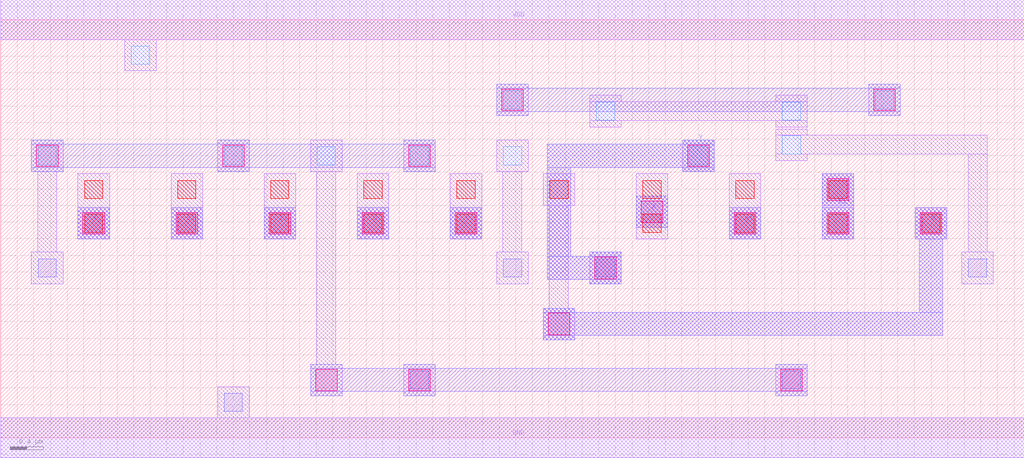
<source format=lef>
MACRO AAOAAOI22122
 CLASS CORE ;
 FOREIGN AAOAAOI22122 0 0 ;
 SIZE 12.32 BY 5.04 ;
 ORIGIN 0 0 ;
 SYMMETRY X Y R90 ;
 SITE unit ;
  PIN VDD
   DIRECTION INOUT ;
   USE POWER ;
   SHAPE ABUTMENT ;
    PORT
     CLASS CORE ;
       LAYER met1 ;
        RECT 0.00000000 4.80000000 12.32000000 5.28000000 ;
    END
  END VDD

  PIN GND
   DIRECTION INOUT ;
   USE POWER ;
   SHAPE ABUTMENT ;
    PORT
     CLASS CORE ;
       LAYER met1 ;
        RECT 0.00000000 -0.24000000 12.32000000 0.24000000 ;
    END
  END GND

  PIN Y
   DIRECTION INOUT ;
   USE SIGNAL ;
   SHAPE ABUTMENT ;
    PORT
     CLASS CORE ;
       LAYER met2 ;
        RECT 7.09000000 1.85700000 7.47000000 1.90700000 ;
        RECT 6.58000000 1.90700000 7.47000000 2.18700000 ;
        RECT 7.09000000 2.18700000 7.47000000 2.23700000 ;
        RECT 6.58000000 2.18700000 6.86000000 3.25700000 ;
        RECT 8.21000000 3.20700000 8.59000000 3.25700000 ;
        RECT 6.58000000 3.25700000 8.59000000 3.53700000 ;
        RECT 8.21000000 3.53700000 8.59000000 3.58700000 ;
    END
  END Y

  PIN E1
   DIRECTION INOUT ;
   USE SIGNAL ;
   SHAPE ABUTMENT ;
    PORT
     CLASS CORE ;
       LAYER met2 ;
        RECT 2.05000000 2.39700000 2.43000000 2.77700000 ;
    END
  END E1

  PIN B1
   DIRECTION INOUT ;
   USE SIGNAL ;
   SHAPE ABUTMENT ;
    PORT
     CLASS CORE ;
       LAYER met2 ;
        RECT 9.89000000 2.39700000 10.27000000 3.18200000 ;
    END
  END B1

  PIN A1
   DIRECTION INOUT ;
   USE SIGNAL ;
   SHAPE ABUTMENT ;
    PORT
     CLASS CORE ;
       LAYER met2 ;
        RECT 8.77000000 2.39700000 9.15000000 2.77700000 ;
    END
  END A1

  PIN E
   DIRECTION INOUT ;
   USE SIGNAL ;
   SHAPE ABUTMENT ;
    PORT
     CLASS CORE ;
       LAYER met2 ;
        RECT 0.93000000 2.39700000 1.31000000 2.77700000 ;
    END
  END E

  PIN A
   DIRECTION INOUT ;
   USE SIGNAL ;
   SHAPE ABUTMENT ;
    PORT
     CLASS CORE ;
       LAYER met2 ;
        RECT 7.65000000 2.53200000 8.03000000 2.91200000 ;
    END
  END A

  PIN D
   DIRECTION INOUT ;
   USE SIGNAL ;
   SHAPE ABUTMENT ;
    PORT
     CLASS CORE ;
       LAYER met2 ;
        RECT 4.29000000 2.39700000 4.67000000 2.77700000 ;
    END
  END D

  PIN B
   DIRECTION INOUT ;
   USE SIGNAL ;
   SHAPE ABUTMENT ;
    PORT
     CLASS CORE ;
       LAYER met2 ;
        RECT 6.53000000 1.18200000 6.91000000 1.23200000 ;
        RECT 6.53000000 1.23200000 11.34000000 1.51200000 ;
        RECT 6.53000000 1.51200000 6.91000000 1.56200000 ;
        RECT 11.06000000 1.51200000 11.34000000 2.39700000 ;
        RECT 11.01000000 2.39700000 11.39000000 2.77700000 ;
    END
  END B

  PIN C
   DIRECTION INOUT ;
   USE SIGNAL ;
   SHAPE ABUTMENT ;
    PORT
     CLASS CORE ;
       LAYER met2 ;
        RECT 5.41000000 2.39700000 5.79000000 2.77700000 ;
    END
  END C

  PIN D1
   DIRECTION INOUT ;
   USE SIGNAL ;
   SHAPE ABUTMENT ;
    PORT
     CLASS CORE ;
       LAYER met2 ;
        RECT 3.17000000 2.39700000 3.55000000 2.77700000 ;
    END
  END D1

 OBS
    LAYER polycont ;
     RECT 1.01000000 2.47700000 1.23000000 2.69700000 ;
     RECT 2.13000000 2.47700000 2.35000000 2.69700000 ;
     RECT 3.25000000 2.47700000 3.47000000 2.69700000 ;
     RECT 4.37000000 2.47700000 4.59000000 2.69700000 ;
     RECT 5.49000000 2.47700000 5.71000000 2.69700000 ;
     RECT 7.73000000 2.47700000 7.95000000 2.69700000 ;
     RECT 8.85000000 2.47700000 9.07000000 2.69700000 ;
     RECT 9.97000000 2.47700000 10.19000000 2.69700000 ;
     RECT 11.09000000 2.47700000 11.31000000 2.69700000 ;
     RECT 1.01000000 2.88200000 1.23000000 3.10200000 ;
     RECT 2.13000000 2.88200000 2.35000000 3.10200000 ;
     RECT 3.25000000 2.88200000 3.47000000 3.10200000 ;
     RECT 4.37000000 2.88200000 4.59000000 3.10200000 ;
     RECT 5.49000000 2.88200000 5.71000000 3.10200000 ;
     RECT 6.61000000 2.88200000 6.83000000 3.10200000 ;
     RECT 7.73000000 2.88200000 7.95000000 3.10200000 ;
     RECT 8.85000000 2.88200000 9.07000000 3.10200000 ;
     RECT 9.97000000 2.88200000 10.19000000 3.10200000 ;

    LAYER pdiffc ;
     RECT 0.45000000 3.28700000 0.67000000 3.50700000 ;
     RECT 2.69000000 3.28700000 2.91000000 3.50700000 ;
     RECT 3.81000000 3.28700000 4.03000000 3.50700000 ;
     RECT 4.93000000 3.28700000 5.15000000 3.50700000 ;
     RECT 6.05000000 3.28700000 6.27000000 3.50700000 ;
     RECT 8.29000000 3.28700000 8.51000000 3.50700000 ;
     RECT 9.41000000 3.42200000 9.63000000 3.64200000 ;
     RECT 7.17000000 3.82700000 7.39000000 4.04700000 ;
     RECT 9.41000000 3.82700000 9.63000000 4.04700000 ;
     RECT 6.05000000 3.96200000 6.27000000 4.18200000 ;
     RECT 10.53000000 3.96200000 10.75000000 4.18200000 ;
     RECT 1.57000000 4.50200000 1.79000000 4.72200000 ;

    LAYER ndiffc ;
     RECT 2.69000000 0.31700000 2.91000000 0.53700000 ;
     RECT 4.93000000 0.58700000 5.15000000 0.80700000 ;
     RECT 9.41000000 0.58700000 9.63000000 0.80700000 ;
     RECT 0.45000000 1.93700000 0.67000000 2.15700000 ;
     RECT 6.05000000 1.93700000 6.27000000 2.15700000 ;
     RECT 7.17000000 1.93700000 7.39000000 2.15700000 ;
     RECT 11.65000000 1.93700000 11.87000000 2.15700000 ;

    LAYER met1 ;
     RECT 0.00000000 -0.24000000 12.32000000 0.24000000 ;
     RECT 2.61000000 0.24000000 2.99000000 0.61700000 ;
     RECT 4.85000000 0.50700000 5.23000000 0.88700000 ;
     RECT 9.33000000 0.50700000 9.71000000 0.88700000 ;
     RECT 7.09000000 1.85700000 7.47000000 2.23700000 ;
     RECT 9.89000000 2.39700000 10.27000000 2.77700000 ;
     RECT 11.01000000 2.39700000 11.39000000 2.77700000 ;
     RECT 0.93000000 2.39700000 1.31000000 3.18200000 ;
     RECT 2.05000000 2.39700000 2.43000000 3.18200000 ;
     RECT 3.17000000 2.39700000 3.55000000 3.18200000 ;
     RECT 4.29000000 2.39700000 4.67000000 3.18200000 ;
     RECT 5.41000000 2.39700000 5.79000000 3.18200000 ;
     RECT 6.53000000 1.18200000 6.91000000 1.56200000 ;
     RECT 6.60500000 1.56200000 6.83500000 2.80200000 ;
     RECT 6.53000000 2.80200000 6.91000000 3.18200000 ;
     RECT 7.65000000 2.39700000 8.03000000 3.18200000 ;
     RECT 8.77000000 2.39700000 9.15000000 3.18200000 ;
     RECT 9.89000000 2.80200000 10.27000000 3.18200000 ;
     RECT 0.37000000 1.85700000 0.75000000 2.23700000 ;
     RECT 0.44500000 2.23700000 0.67500000 3.20700000 ;
     RECT 0.37000000 3.20700000 0.75000000 3.58700000 ;
     RECT 2.61000000 3.20700000 2.99000000 3.58700000 ;
     RECT 3.73000000 0.50700000 4.11000000 0.88700000 ;
     RECT 3.80500000 0.88700000 4.03500000 3.20700000 ;
     RECT 3.73000000 3.20700000 4.11000000 3.58700000 ;
     RECT 4.85000000 3.20700000 5.23000000 3.58700000 ;
     RECT 5.97000000 1.85700000 6.35000000 2.23700000 ;
     RECT 6.04500000 2.23700000 6.27500000 3.20700000 ;
     RECT 5.97000000 3.20700000 6.35000000 3.58700000 ;
     RECT 8.21000000 3.20700000 8.59000000 3.58700000 ;
     RECT 11.57000000 1.85700000 11.95000000 2.23700000 ;
     RECT 9.33000000 3.34200000 9.71000000 3.41700000 ;
     RECT 11.64500000 2.23700000 11.87500000 3.41700000 ;
     RECT 9.33000000 3.41700000 11.87500000 3.64700000 ;
     RECT 9.33000000 3.64700000 9.71000000 3.72200000 ;
     RECT 7.09000000 3.74700000 7.47000000 3.82200000 ;
     RECT 9.33000000 3.74700000 9.71000000 3.82200000 ;
     RECT 7.09000000 3.82200000 9.71000000 4.05200000 ;
     RECT 7.09000000 4.05200000 7.47000000 4.12700000 ;
     RECT 9.33000000 4.05200000 9.71000000 4.12700000 ;
     RECT 5.97000000 3.88200000 6.35000000 4.26200000 ;
     RECT 10.45000000 3.88200000 10.83000000 4.26200000 ;
     RECT 1.49000000 4.42200000 1.87000000 4.80000000 ;
     RECT 0.00000000 4.80000000 12.32000000 5.28000000 ;

    LAYER via1 ;
     RECT 3.79000000 0.56700000 4.05000000 0.82700000 ;
     RECT 4.91000000 0.56700000 5.17000000 0.82700000 ;
     RECT 9.39000000 0.56700000 9.65000000 0.82700000 ;
     RECT 6.59000000 1.24200000 6.85000000 1.50200000 ;
     RECT 7.15000000 1.91700000 7.41000000 2.17700000 ;
     RECT 0.99000000 2.45700000 1.25000000 2.71700000 ;
     RECT 2.11000000 2.45700000 2.37000000 2.71700000 ;
     RECT 3.23000000 2.45700000 3.49000000 2.71700000 ;
     RECT 4.35000000 2.45700000 4.61000000 2.71700000 ;
     RECT 5.47000000 2.45700000 5.73000000 2.71700000 ;
     RECT 8.83000000 2.45700000 9.09000000 2.71700000 ;
     RECT 9.95000000 2.45700000 10.21000000 2.71700000 ;
     RECT 11.07000000 2.45700000 11.33000000 2.71700000 ;
     RECT 7.71000000 2.59200000 7.97000000 2.85200000 ;
     RECT 9.95000000 2.86200000 10.21000000 3.12200000 ;
     RECT 0.43000000 3.26700000 0.69000000 3.52700000 ;
     RECT 2.67000000 3.26700000 2.93000000 3.52700000 ;
     RECT 4.91000000 3.26700000 5.17000000 3.52700000 ;
     RECT 8.27000000 3.26700000 8.53000000 3.52700000 ;
     RECT 6.03000000 3.94200000 6.29000000 4.20200000 ;
     RECT 10.51000000 3.94200000 10.77000000 4.20200000 ;

    LAYER met2 ;
     RECT 3.73000000 0.50700000 4.11000000 0.55700000 ;
     RECT 4.85000000 0.50700000 5.23000000 0.55700000 ;
     RECT 9.33000000 0.50700000 9.71000000 0.55700000 ;
     RECT 3.73000000 0.55700000 9.71000000 0.83700000 ;
     RECT 3.73000000 0.83700000 4.11000000 0.88700000 ;
     RECT 4.85000000 0.83700000 5.23000000 0.88700000 ;
     RECT 9.33000000 0.83700000 9.71000000 0.88700000 ;
     RECT 0.93000000 2.39700000 1.31000000 2.77700000 ;
     RECT 2.05000000 2.39700000 2.43000000 2.77700000 ;
     RECT 3.17000000 2.39700000 3.55000000 2.77700000 ;
     RECT 4.29000000 2.39700000 4.67000000 2.77700000 ;
     RECT 5.41000000 2.39700000 5.79000000 2.77700000 ;
     RECT 8.77000000 2.39700000 9.15000000 2.77700000 ;
     RECT 6.53000000 1.18200000 6.91000000 1.23200000 ;
     RECT 6.53000000 1.23200000 11.34000000 1.51200000 ;
     RECT 6.53000000 1.51200000 6.91000000 1.56200000 ;
     RECT 11.06000000 1.51200000 11.34000000 2.39700000 ;
     RECT 11.01000000 2.39700000 11.39000000 2.77700000 ;
     RECT 7.65000000 2.53200000 8.03000000 2.91200000 ;
     RECT 9.89000000 2.39700000 10.27000000 3.18200000 ;
     RECT 0.37000000 3.20700000 0.75000000 3.25700000 ;
     RECT 2.61000000 3.20700000 2.99000000 3.25700000 ;
     RECT 4.85000000 3.20700000 5.23000000 3.25700000 ;
     RECT 0.37000000 3.25700000 5.23000000 3.53700000 ;
     RECT 0.37000000 3.53700000 0.75000000 3.58700000 ;
     RECT 2.61000000 3.53700000 2.99000000 3.58700000 ;
     RECT 4.85000000 3.53700000 5.23000000 3.58700000 ;
     RECT 7.09000000 1.85700000 7.47000000 1.90700000 ;
     RECT 6.58000000 1.90700000 7.47000000 2.18700000 ;
     RECT 7.09000000 2.18700000 7.47000000 2.23700000 ;
     RECT 6.58000000 2.18700000 6.86000000 3.25700000 ;
     RECT 8.21000000 3.20700000 8.59000000 3.25700000 ;
     RECT 6.58000000 3.25700000 8.59000000 3.53700000 ;
     RECT 8.21000000 3.53700000 8.59000000 3.58700000 ;
     RECT 5.97000000 3.88200000 6.35000000 3.93200000 ;
     RECT 10.45000000 3.88200000 10.83000000 3.93200000 ;
     RECT 5.97000000 3.93200000 10.83000000 4.21200000 ;
     RECT 5.97000000 4.21200000 6.35000000 4.26200000 ;
     RECT 10.45000000 4.21200000 10.83000000 4.26200000 ;

 END
END AAOAAOI22122

</source>
